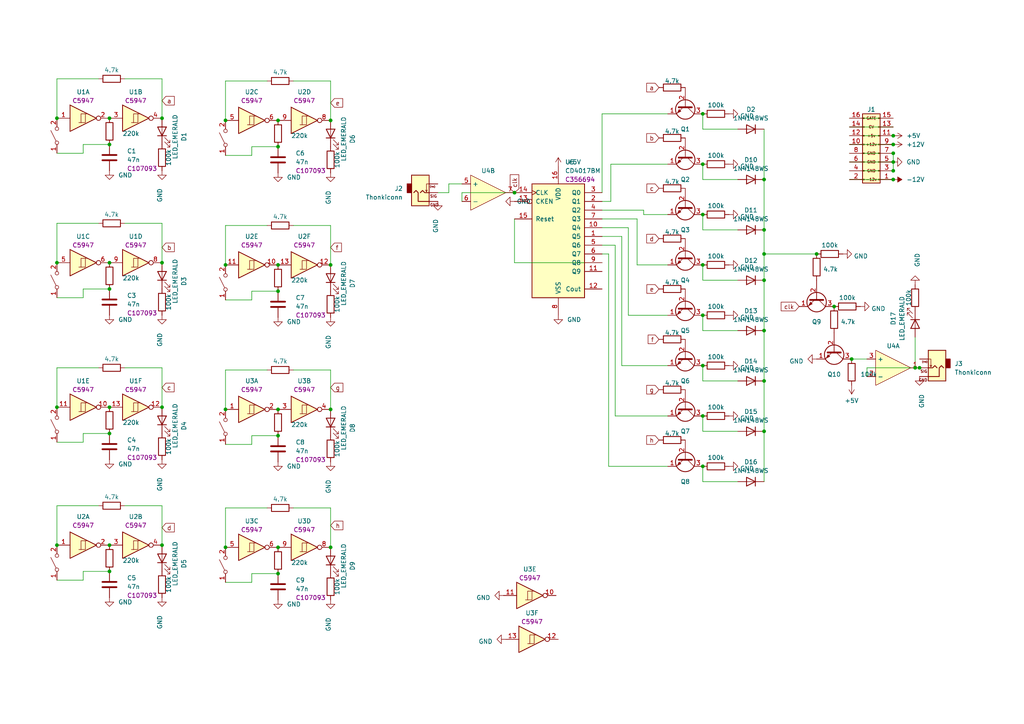
<source format=kicad_sch>
(kicad_sch (version 20230121) (generator eeschema)
  (paper "A4")
  (lib_symbols
    (symbol "PCM_EuroRackTools:100k" (pin_numbers hide) (pin_names (offset 0))
      (property "Value" "100k" (at -1.27 1.27 0))
      (symbol "100k_1_1"
        (pin passive line (at -5.08 1.27 0) (length 1.27) (name "~") (number "1"))
        (pin passive line (at 2.54 1.27 180) (length 1.27) (name "~") (number "2"))
      )
    )
    (symbol "PCM_EuroRackTools:1N4148WS" (pin_numbers hide) (pin_names (offset 1.016) hide)
      (property "Reference" "D" (at 0 2.54 0))
      (property "Value" "1N4148WS" (at 0 -2.54 0))
      (symbol "1N4148WS_1_1"
        (pin passive line (at -3.81 0 0) (length 2.54) (name "K") (number "1"))
        (pin passive line (at 3.81 0 180) (length 2.54) (name "A") (number "2"))
      )
    )
    (symbol "PCM_EuroRackTools:220k" (pin_numbers hide) (pin_names (offset 0))
      (property "Value" "220k" (at -1.27 1.27 0))
      (symbol "220k_1_1"
        (pin passive line (at -5.08 1.27 0) (length 1.27) (name "~") (number "1"))
        (pin passive line (at 2.54 1.27 180) (length 1.27) (name "~") (number "2"))
      )
    )
    (symbol "PCM_EuroRackTools:2N3904" (pin_names (offset 0) hide)
      (property "Reference" "Q" (at 5.08 0 0))
      (symbol "2N3904_1_1"
        (pin passive line (at 2.54 -5.08 90) (length 2.54) (name "E") (number "1"))
        (pin passive line (at -5.08 0 0) (length 5.715) (name "B") (number "2"))
        (pin passive line (at 2.54 5.08 270) (length 2.54) (name "C") (number "3"))
      )
    )
    (symbol "PCM_EuroRackTools:4.7k" (pin_numbers hide) (pin_names (offset 0))
      (property "Value" "4.7k" (at -1.27 1.27 0))
      (symbol "4.7k_1_1"
        (pin passive line (at -5.08 1.27 0) (length 1.27) (name "~") (number "1"))
        (pin passive line (at 2.54 1.27 180) (length 1.27) (name "~") (number "2"))
      )
    )
    (symbol "PCM_EuroRackTools:47n" (pin_numbers hide) (pin_names (offset 0.254))
      (property "Reference" "C" (at -3.175 0 90))
      (property "Value" "47n" (at 1.905 0 90))
      (property "lcsc" "C107093" (at 0 0 0))
      (symbol "47n_1_1"
        (pin passive line (at -4.445 -0.635 0) (length 2.794) (name "~") (number "1"))
        (pin passive line (at 3.175 -0.635 180) (length 2.794) (name "~") (number "2"))
      )
    )
    (symbol "PCM_EuroRackTools:CD40106" (pin_names (offset 1.016))
      (property "Reference" "U" (at 0 1.27 0))
      (property "lcsc" "C5947" (at 0 0 0))
      (symbol "CD40106_1_0"
        (pin input line (at -7.62 0 0) (length 3.81) (name "~") (number "1"))
        (pin output inverted (at 7.62 0 180) (length 3.81) (name "~") (number "2"))
      )
      (symbol "CD40106_2_0"
        (pin input line (at -7.62 0 0) (length 3.81) (name "~") (number "3"))
        (pin output inverted (at 7.62 0 180) (length 3.81) (name "~") (number "4"))
      )
      (symbol "CD40106_3_0"
        (pin input line (at -7.62 0 0) (length 3.81) (name "~") (number "5"))
        (pin output inverted (at 7.62 0 180) (length 3.81) (name "~") (number "6"))
      )
      (symbol "CD40106_4_0"
        (pin output inverted (at 7.62 0 180) (length 3.81) (name "~") (number "8"))
        (pin input line (at -7.62 0 0) (length 3.81) (name "~") (number "9"))
      )
      (symbol "CD40106_5_0"
        (pin output inverted (at 7.62 0 180) (length 3.81) (name "~") (number "10"))
        (pin input line (at -7.62 0 0) (length 3.81) (name "~") (number "11"))
      )
      (symbol "CD40106_6_0"
        (pin output inverted (at 7.62 0 180) (length 3.81) (name "~") (number "12"))
        (pin input line (at -7.62 0 0) (length 3.81) (name "~") (number "13"))
      )
      (symbol "CD40106_7_0"
        (pin power_in line (at 0 12.7 270) (length 5.08) (name "VDD") (number "14"))
        (pin power_in line (at 0 -12.7 90) (length 5.08) (name "VSS") (number "7"))
      )
    )
    (symbol "PCM_EuroRackTools:CD4017" (pin_names (offset 1.016))
      (property "Reference" "U" (at -7.62 16.51 0))
      (property "Value" "CD4017BM" (at -7.62 -19.05 0))
      (property "lcsc" "C356694" (at 0 0 0))
      (symbol "CD4017_1_0"
        (pin output line (at 12.7 0 180) (length 5.08) (name "Q5") (number "1"))
        (pin output line (at 12.7 2.54 180) (length 5.08) (name "Q4") (number "10"))
        (pin output line (at 12.7 -10.16 180) (length 5.08) (name "Q9") (number "11"))
        (pin output line (at 12.7 -15.24 180) (length 5.08) (name "Cout") (number "12"))
        (pin input inverted (at -12.7 10.16 0) (length 5.08) (name "CKEN") (number "13"))
        (pin input clock (at -12.7 12.7 0) (length 5.08) (name "CLK") (number "14"))
        (pin input line (at -12.7 5.08 0) (length 5.08) (name "Reset") (number "15"))
        (pin power_in line (at 0 20.32 270) (length 5.08) (name "VDD") (number "16"))
        (pin output line (at 12.7 10.16 180) (length 5.08) (name "Q1") (number "2"))
        (pin output line (at 12.7 12.7 180) (length 5.08) (name "Q0") (number "3"))
        (pin output line (at 12.7 7.62 180) (length 5.08) (name "Q2") (number "4"))
        (pin output line (at 12.7 -2.54 180) (length 5.08) (name "Q6") (number "5"))
        (pin output line (at 12.7 -5.08 180) (length 5.08) (name "Q7") (number "6"))
        (pin output line (at 12.7 5.08 180) (length 5.08) (name "Q3") (number "7"))
        (pin power_in line (at 0 -22.86 90) (length 5.08) (name "VSS") (number "8"))
        (pin output line (at 12.7 -7.62 180) (length 5.08) (name "Q8") (number "9"))
      )
    )
    (symbol "PCM_EuroRackTools:EuroPower16" (pin_names (offset 1.016) hide)
      (property "Reference" "J" (at 1.27 10.16 0))
      (symbol "EuroPower16_0_0"
        (text "+12v" (at 1.27 0 0) (effects (font (size 0.8 0.8))))
        (text "+5v" (at 1.27 2.54 0) (effects (font (size 0.8 0.8))))
        (text "-12v" (at 1.27 -10.16 0) (effects (font (size 0.8 0.8))))
        (text "CV" (at 1.27 5.08 0) (effects (font (size 0.8 0.8))))
        (text "GATE" (at 1.27 7.62 0) (effects (font (size 0.8 0.8))))
        (text "GND" (at 1.27 -7.62 0) (effects (font (size 0.8 0.8))))
        (text "GND" (at 1.27 -5.08 0) (effects (font (size 0.8 0.8))))
        (text "GND" (at 1.27 -2.54 0) (effects (font (size 0.8 0.8))))
      )
      (symbol "EuroPower16_1_1"
        (pin power_out line (at 7.62 -10.16 180) (length 3.81) (name "-12v_R") (number "1"))
        (pin power_out line (at -5.08 0 0) (length 3.81) (name "+12V_L") (number "10"))
        (pin power_out line (at 7.62 2.54 180) (length 3.81) (name "+5v_R") (number "11"))
        (pin power_out line (at -5.08 2.54 0) (length 3.81) (name "+5v_L") (number "12"))
        (pin passive line (at 7.62 5.08 180) (length 3.81) (name "CV_R") (number "13"))
        (pin passive line (at -5.08 5.08 0) (length 3.81) (name "CV_L") (number "14"))
        (pin passive line (at 7.62 7.62 180) (length 3.81) (name "GATE_R") (number "15"))
        (pin passive line (at -5.08 7.62 0) (length 3.81) (name "GATE_L") (number "16"))
        (pin power_out line (at -5.08 -10.16 0) (length 3.81) (name "-12v_L") (number "2"))
        (pin power_out line (at 7.62 -7.62 180) (length 3.81) (name "GND") (number "3"))
        (pin power_out line (at -5.08 -7.62 0) (length 3.81) (name "GND") (number "4"))
        (pin power_out line (at 7.62 -5.08 180) (length 3.81) (name "GND_R3") (number "5"))
        (pin power_out line (at -5.08 -5.08 0) (length 3.81) (name "GND_L3") (number "6"))
        (pin power_out line (at 7.62 -2.54 180) (length 3.81) (name "GND_R2") (number "7"))
        (pin power_out line (at -5.08 -2.54 0) (length 3.81) (name "GND_L2") (number "8"))
        (pin power_out line (at 7.62 0 180) (length 3.81) (name "+12V_R") (number "9"))
      )
    )
    (symbol "PCM_EuroRackTools:LED_EMERALD" (pin_numbers hide) (pin_names (offset 1.016) hide)
      (property "Reference" "D" (at 0 -2.54 0))
      (property "Value" "LED_EMERALD" (at 0 3.81 0))
      (symbol "LED_EMERALD_1_1"
        (pin passive line (at 3.81 0 180) (length 2.54) (name "K") (number "1"))
        (pin passive line (at -3.81 0 0) (length 2.54) (name "A") (number "2"))
      )
    )
    (symbol "PCM_EuroRackTools:PUSHBTN" (pin_names (offset 0) hide)
      (symbol "PUSHBTN_1_1"
        (pin passive line (at -5.08 0 0) (length 2.54) (name "A") (number "1"))
        (pin passive line (at 5.08 0 180) (length 2.54) (name "B") (number "2"))
      )
    )
    (symbol "PCM_EuroRackTools:TL072"
      (property "Reference" "U" (at -1.27 0 0))
      (symbol "TL072_1_1"
        (pin output line (at 7.62 0 180) (length 2.54) (name "") (number "1"))
        (pin input line (at -7.62 -2.54 0) (length 2.54) (name "-") (number "2"))
        (pin input line (at -7.62 2.54 0) (length 2.54) (name "+") (number "3"))
      )
      (symbol "TL072_2_1"
        (pin input line (at -7.62 2.54 0) (length 2.54) (name "+") (number "5"))
        (pin input line (at -7.62 -2.54 0) (length 2.54) (name "-") (number "6"))
        (pin output line (at 7.62 0 180) (length 2.54) (name "") (number "7"))
      )
      (symbol "TL072_3_0"
        (pin power_in line (at -2.54 -6.35 90) (length 2.54) (name "V-") (number "4"))
        (pin power_in line (at -2.54 6.35 270) (length 2.54) (name "V+") (number "8"))
      )
    )
    (symbol "PCM_EuroRackTools:Thonkiconn" (pin_numbers hide)
      (property "Reference" "J" (at -1.27 -3.048 0))
      (property "Value" "Thonkiconn" (at 0 6.35 0))
      (symbol "Thonkiconn_0_0"
        (text "(no)" (at 3.556 -1.778 0) (effects (font (size 0.5 0.5))))
        (text "GND" (at 4.064 3.556 0) (effects (font (size 0.8 0.8))))
        (text "SIG" (at 3.81 1.016 0) (effects (font (size 0.8 0.8))))
      )
      (symbol "Thonkiconn_1_1"
        (pin passive line (at 5.08 2.54 180) (length 2.54) (name "~") (number "S"))
        (pin passive line (at 5.08 0 180) (length 2.54) (name "~") (number "T"))
        (pin passive line (at 5.08 -2.54 180) (length 2.54) (name "~") (number "TN"))
      )
    )
    (symbol "power:+12V" (power) (pin_names (offset 0))
      (property "Value" "+12V" (at 0 3.556 0))
      (symbol "+12V_1_1"
        (pin power_in line (at 0 0 90) (length 0) hide (name "+12V") (number "1"))
      )
    )
    (symbol "power:+5V" (power) (pin_names (offset 0))
      (property "Value" "+5V" (at 0 3.556 0))
      (symbol "+5V_1_1"
        (pin power_in line (at 0 0 90) (length 0) hide (name "+5V") (number "1"))
      )
    )
    (symbol "power:-12V" (power) (pin_names (offset 0))
      (property "Value" "-12V" (at 0 3.81 0))
      (symbol "-12V_0_0"
        (pin power_in line (at 0 0 90) (length 0) hide (name "-12V") (number "1"))
      )
    )
    (symbol "power:GND" (power) (pin_names (offset 0))
      (property "Value" "GND" (at 0 -3.81 0))
      (symbol "GND_1_1"
        (pin power_in line (at 0 0 270) (length 0) hide (name "GND") (number "1"))
      )
    )
  )
  (junction (at 31.75 41.91))
  (junction (at 259.08 49.53))
  (junction (at 247.015 104.14))
  (junction (at 95.885 158.75))
  (junction (at 31.75 34.29))
  (junction (at 80.645 126.365))
  (junction (at 259.08 41.91))
  (junction (at 259.08 44.45))
  (junction (at 203.835 76.835))
  (junction (at 203.835 106.045))
  (junction (at 221.615 81.28))
  (junction (at 203.835 120.65))
  (junction (at 46.99 34.29))
  (junction (at 203.835 91.44))
  (junction (at 259.08 46.99))
  (junction (at 241.935 88.9))
  (junction (at 80.645 166.37))
  (junction (at 16.51 158.115))
  (junction (at 236.855 73.66))
  (junction (at 65.405 76.835))
  (junction (at 95.885 118.745))
  (junction (at 31.75 76.2))
  (junction (at 65.405 158.75))
  (junction (at 31.75 165.735))
  (junction (at 221.615 66.675))
  (junction (at 16.51 34.29))
  (junction (at 80.645 118.745))
  (junction (at 16.51 118.11))
  (junction (at 95.885 34.925))
  (junction (at 31.75 125.73))
  (junction (at 65.405 34.925))
  (junction (at 65.405 118.745))
  (junction (at 265.43 106.68))
  (junction (at 80.645 34.925))
  (junction (at 80.645 158.75))
  (junction (at 80.645 42.545))
  (junction (at 16.51 76.2))
  (junction (at 259.08 52.07))
  (junction (at 221.615 110.49))
  (junction (at 221.615 73.66))
  (junction (at 203.835 33.02))
  (junction (at 46.99 158.115))
  (junction (at 221.615 52.07))
  (junction (at 266.7 106.68))
  (junction (at 203.835 135.255))
  (junction (at 46.99 76.2))
  (junction (at 221.615 125.095))
  (junction (at 31.75 83.82))
  (junction (at 203.835 47.625))
  (junction (at 31.75 118.11))
  (junction (at 80.645 76.835))
  (junction (at 203.835 62.23))
  (junction (at 95.885 76.835))
  (junction (at 221.615 95.885))
  (junction (at 149.225 55.88))
  (junction (at 46.99 118.11))
  (junction (at 80.645 84.455))
  (junction (at 31.75 158.115))
  (junction (at 259.08 39.37))
  (wire (pts (xy 24.13 41.91) (xy 24.13 44.45)))
  (wire (pts (xy 24.13 83.82) (xy 24.13 86.36)))
  (wire (pts (xy 73.025 84.455) (xy 73.025 86.995)))
  (wire (pts (xy 182.245 66.04) (xy 182.245 91.44)))
  (wire (pts (xy 259.08 49.53) (xy 259.08 46.99)))
  (wire (pts (xy 73.025 166.37) (xy 73.025 168.91)))
  (wire (pts (xy 221.615 95.885) (xy 221.615 110.49)))
  (wire (pts (xy 85.09 65.405) (xy 95.885 65.405)))
  (wire (pts (xy 221.615 52.07) (xy 221.615 66.675)))
  (wire (pts (xy 73.025 45.085) (xy 65.405 45.085)))
  (wire (pts (xy 28.575 64.77) (xy 16.51 64.77)))
  (wire (pts (xy 95.885 23.495) (xy 95.885 34.925)))
  (wire (pts (xy 16.51 22.86) (xy 16.51 34.29)))
  (wire (pts (xy 203.835 125.095) (xy 203.835 120.65)))
  (wire (pts (xy 221.615 110.49) (xy 221.615 125.095)))
  (wire (pts (xy 213.995 66.675) (xy 203.835 66.675)))
  (wire (pts (xy 213.995 81.28) (xy 203.835 81.28)))
  (wire (pts (xy 77.47 107.315) (xy 65.405 107.315)))
  (wire (pts (xy 246.38 39.37) (xy 259.08 39.37)))
  (wire (pts (xy 251.46 106.68) (xy 265.43 106.68)))
  (wire (pts (xy 24.13 125.73) (xy 24.13 128.27)))
  (wire (pts (xy 184.785 63.5) (xy 174.625 63.5)))
  (wire (pts (xy 213.995 125.095) (xy 203.835 125.095)))
  (wire (pts (xy 65.405 107.315) (xy 65.405 118.745)))
  (wire (pts (xy 80.645 84.455) (xy 73.025 84.455)))
  (wire (pts (xy 221.615 73.66) (xy 221.615 81.28)))
  (wire (pts (xy 36.195 64.77) (xy 46.99 64.77)))
  (wire (pts (xy 246.38 36.83) (xy 259.08 36.83)))
  (wire (pts (xy 149.225 55.88) (xy 133.985 55.88)))
  (wire (pts (xy 174.625 33.02) (xy 174.625 55.88)))
  (wire (pts (xy 177.165 58.42) (xy 177.165 47.625)))
  (wire (pts (xy 265.43 106.68) (xy 266.7 106.68)))
  (wire (pts (xy 77.47 23.495) (xy 65.405 23.495)))
  (wire (pts (xy 77.47 147.32) (xy 65.405 147.32)))
  (wire (pts (xy 193.675 106.045) (xy 180.34 106.045)))
  (wire (pts (xy 80.645 42.545) (xy 73.025 42.545)))
  (wire (pts (xy 28.575 22.86) (xy 16.51 22.86)))
  (wire (pts (xy 95.885 107.315) (xy 95.885 118.745)))
  (wire (pts (xy 221.615 73.66) (xy 236.855 73.66)))
  (wire (pts (xy 65.405 147.32) (xy 65.405 158.75)))
  (wire (pts (xy 203.835 95.885) (xy 203.835 91.44)))
  (wire (pts (xy 16.51 146.685) (xy 16.51 158.115)))
  (wire (pts (xy 95.885 147.32) (xy 95.885 158.75)))
  (wire (pts (xy 203.835 110.49) (xy 203.835 106.045)))
  (wire (pts (xy 36.195 146.685) (xy 46.99 146.685)))
  (wire (pts (xy 186.69 62.23) (xy 193.675 62.23)))
  (wire (pts (xy 130.175 55.88) (xy 127 55.88)))
  (wire (pts (xy 178.435 120.65) (xy 193.675 120.65)))
  (wire (pts (xy 73.025 86.995) (xy 65.405 86.995)))
  (wire (pts (xy 174.625 71.12) (xy 178.435 71.12)))
  (wire (pts (xy 31.75 41.91) (xy 24.13 41.91)))
  (wire (pts (xy 251.46 106.68) (xy 251.46 109.22)))
  (wire (pts (xy 246.38 46.99) (xy 259.08 46.99)))
  (wire (pts (xy 28.575 106.68) (xy 16.51 106.68)))
  (wire (pts (xy 203.835 52.07) (xy 203.835 47.625)))
  (wire (pts (xy 246.38 41.91) (xy 259.08 41.91)))
  (wire (pts (xy 246.38 52.07) (xy 259.08 52.07)))
  (wire (pts (xy 73.025 126.365) (xy 73.025 128.905)))
  (wire (pts (xy 46.99 106.68) (xy 46.99 118.11)))
  (wire (pts (xy 174.625 60.96) (xy 186.69 60.96)))
  (wire (pts (xy 95.885 65.405) (xy 95.885 76.835)))
  (wire (pts (xy 65.405 65.405) (xy 65.405 76.835)))
  (wire (pts (xy 85.09 23.495) (xy 95.885 23.495)))
  (wire (pts (xy 24.13 128.27) (xy 16.51 128.27)))
  (wire (pts (xy 180.34 106.045) (xy 180.34 68.58)))
  (wire (pts (xy 130.175 53.34) (xy 130.175 55.88)))
  (wire (pts (xy 176.53 73.66) (xy 174.625 73.66)))
  (wire (pts (xy 213.995 139.7) (xy 203.835 139.7)))
  (wire (pts (xy 203.835 37.465) (xy 203.835 33.02)))
  (wire (pts (xy 203.835 139.7) (xy 203.835 135.255)))
  (wire (pts (xy 77.47 65.405) (xy 65.405 65.405)))
  (wire (pts (xy 221.615 66.675) (xy 221.615 73.66)))
  (wire (pts (xy 46.99 22.86) (xy 46.99 34.29)))
  (wire (pts (xy 31.75 83.82) (xy 24.13 83.82)))
  (wire (pts (xy 174.625 58.42) (xy 177.165 58.42)))
  (wire (pts (xy 213.995 37.465) (xy 203.835 37.465)))
  (wire (pts (xy 133.985 53.34) (xy 130.175 53.34)))
  (wire (pts (xy 213.995 95.885) (xy 203.835 95.885)))
  (wire (pts (xy 203.835 81.28) (xy 203.835 76.835)))
  (wire (pts (xy 174.625 66.04) (xy 182.245 66.04)))
  (wire (pts (xy 31.75 125.73) (xy 24.13 125.73)))
  (wire (pts (xy 265.43 97.79) (xy 265.43 106.68)))
  (wire (pts (xy 85.09 147.32) (xy 95.885 147.32)))
  (wire (pts (xy 16.51 64.77) (xy 16.51 76.2)))
  (wire (pts (xy 247.015 104.14) (xy 251.46 104.14)))
  (wire (pts (xy 246.38 44.45) (xy 259.08 44.45)))
  (wire (pts (xy 203.835 66.675) (xy 203.835 62.23)))
  (wire (pts (xy 36.195 106.68) (xy 46.99 106.68)))
  (wire (pts (xy 193.675 76.835) (xy 184.785 76.835)))
  (wire (pts (xy 176.53 135.255) (xy 176.53 73.66)))
  (wire (pts (xy 16.51 106.68) (xy 16.51 118.11)))
  (wire (pts (xy 177.165 47.625) (xy 193.675 47.625)))
  (wire (pts (xy 221.615 37.465) (xy 221.615 52.07)))
  (wire (pts (xy 73.025 42.545) (xy 73.025 45.085)))
  (wire (pts (xy 65.405 23.495) (xy 65.405 34.925)))
  (wire (pts (xy 193.675 135.255) (xy 176.53 135.255)))
  (wire (pts (xy 178.435 71.12) (xy 178.435 120.65)))
  (wire (pts (xy 80.645 166.37) (xy 73.025 166.37)))
  (wire (pts (xy 85.09 107.315) (xy 95.885 107.315)))
  (wire (pts (xy 213.995 110.49) (xy 203.835 110.49)))
  (wire (pts (xy 193.675 33.02) (xy 174.625 33.02)))
  (wire (pts (xy 221.615 125.095) (xy 221.615 139.7)))
  (wire (pts (xy 46.99 64.77) (xy 46.99 76.2)))
  (wire (pts (xy 186.69 60.96) (xy 186.69 62.23)))
  (wire (pts (xy 73.025 168.91) (xy 65.405 168.91)))
  (wire (pts (xy 246.38 34.29) (xy 259.08 34.29)))
  (wire (pts (xy 80.645 126.365) (xy 73.025 126.365)))
  (wire (pts (xy 182.245 91.44) (xy 193.675 91.44)))
  (wire (pts (xy 24.13 165.735) (xy 24.13 168.275)))
  (wire (pts (xy 46.99 146.685) (xy 46.99 158.115)))
  (wire (pts (xy 221.615 81.28) (xy 221.615 95.885)))
  (wire (pts (xy 28.575 146.685) (xy 16.51 146.685)))
  (wire (pts (xy 36.195 22.86) (xy 46.99 22.86)))
  (wire (pts (xy 24.13 44.45) (xy 16.51 44.45)))
  (wire (pts (xy 180.34 68.58) (xy 174.625 68.58)))
  (wire (pts (xy 31.75 165.735) (xy 24.13 165.735)))
  (wire (pts (xy 184.785 76.835) (xy 184.785 63.5)))
  (wire (pts (xy 24.13 168.275) (xy 16.51 168.275)))
  (wire (pts (xy 73.025 128.905) (xy 65.405 128.905)))
  (wire (pts (xy 213.995 52.07) (xy 203.835 52.07)))
  (wire (pts (xy 149.225 76.2) (xy 149.225 63.5)))
  (wire (pts (xy 259.08 46.99) (xy 259.08 44.45)))
  (wire (pts (xy 246.38 49.53) (xy 259.08 49.53)))
  (wire (pts (xy 133.985 55.88) (xy 133.985 58.42)))
  (wire (pts (xy 174.625 76.2) (xy 149.225 76.2)))
  (wire (pts (xy 24.13 86.36) (xy 16.51 86.36)))
  (global_label "h" (shape input) (at 95.885 152.4 0) (property "Intersheetrefs" "${INTERSHEET_REFS}" (effects hide)))
  (global_label "e" (shape input) (at 95.885 29.845 0) (property "Intersheetrefs" "${INTERSHEET_REFS}" (effects hide)))
  (global_label "d" (shape input) (at 46.99 153.035 0) (property "Intersheetrefs" "${INTERSHEET_REFS}" (effects hide)))
  (global_label "e" (shape input) (at 191.135 83.82 180) (property "Intersheetrefs" "${INTERSHEET_REFS}" (effects hide)))
  (global_label "b" (shape input) (at 46.99 71.755 0) (property "Intersheetrefs" "${INTERSHEET_REFS}" (effects hide)))
  (global_label "h" (shape input) (at 191.135 127.635 180) (property "Intersheetrefs" "${INTERSHEET_REFS}" (effects hide)))
  (global_label "c" (shape input) (at 191.135 54.61 180) (property "Intersheetrefs" "${INTERSHEET_REFS}" (effects hide)))
  (global_label "g" (shape input) (at 191.135 113.03 180) (property "Intersheetrefs" "${INTERSHEET_REFS}" (effects hide)))
  (global_label "d" (shape input) (at 191.135 69.215 180) (property "Intersheetrefs" "${INTERSHEET_REFS}" (effects hide)))
  (global_label "clk" (shape input) (at 231.775 88.9 180) (property "Intersheetrefs" "${INTERSHEET_REFS}" (effects hide)))
  (global_label "f" (shape input) (at 191.135 98.425 180) (property "Intersheetrefs" "${INTERSHEET_REFS}" (effects hide)))
  (global_label "f" (shape input) (at 95.885 71.755 0) (property "Intersheetrefs" "${INTERSHEET_REFS}" (effects hide)))
  (global_label "a" (shape input) (at 191.135 25.4 180) (property "Intersheetrefs" "${INTERSHEET_REFS}" (effects hide)))
  (global_label "g" (shape input) (at 95.885 112.395 0) (property "Intersheetrefs" "${INTERSHEET_REFS}" (effects hide)))
  (global_label "clk" (shape input) (at 149.225 55.88 90) (property "Intersheetrefs" "${INTERSHEET_REFS}" (effects hide)))
  (global_label "c" (shape input) (at 46.99 112.395 0) (property "Intersheetrefs" "${INTERSHEET_REFS}" (effects hide)))
  (global_label "a" (shape input) (at 46.99 29.21 0) (property "Intersheetrefs" "${INTERSHEET_REFS}" (effects hide)))
  (global_label "b" (shape input) (at 191.135 40.005 180) (property "Intersheetrefs" "${INTERSHEET_REFS}" (effects hide)))
  (symbol (lib_id "PCM_EuroRackTools:100k") (at 45.72 46.99 270) (unit 1)
    (property "Reference" "R3" (effects hide))
    (property "Value" "100k" (at 48.895 45.72 0))
    (property "Footprint" "Resistor_SMD:R_0603_1608Metric" (effects hide))
    (property "LCSC" "C25803" (effects hide))
  )
  (symbol (lib_id "power:GND") (at 95.885 50.165 0) (unit 1)
    (property "Reference" "#PWR028" (effects hide))
    (property "Value" "GND" (at 95.25 55.245 90) (effects (justify right)))
  )
  (symbol (lib_id "PCM_EuroRackTools:4.7k") (at 33.655 147.955 0) (unit 1)
    (property "Reference" "R14" (effects hide))
    (property "Value" "4.7k" (at 32.385 144.145 0))
    (property "Footprint" "Resistor_SMD:R_0603_1608Metric" (effects hide))
    (property "LCSC" "C116693" (effects hide))
  )
  (symbol (lib_id "PCM_EuroRackTools:2N3904") (at 198.755 74.295 270) (unit 1)
    (property "Reference" "Q4" (at 198.755 81.28 90))
    (property "Value" "2N3904" (effects hide))
    (property "Footprint" "Package_TO_SOT_SMD:SOT-23-3" (effects hide))
    (property "Datasheet" "https://www.onsemi.com/pub/Collateral/2N3903-D.PDF" (effects hide))
    (property "lcsc" "C18536" (effects hide))
  )
  (symbol (lib_id "power:+5V") (at 304.165 90.805 0) (unit 1)
    (property "Reference" "#PWR015" (effects hide))
    (property "Value" "+5V" (at 306.705 89.5349 0) (effects (justify left)))
  )
  (symbol (lib_id "PCM_EuroRackTools:100k") (at 248.285 106.68 90) (unit 1)
    (property "Reference" "R45" (effects hide))
    (property "Value" "100k" (at 249.555 108.585 90) (effects (justify right)))
    (property "Footprint" "Resistor_SMD:R_0603_1608Metric" (effects hide))
    (property "LCSC" "C25803" (effects hide))
  )
  (symbol (lib_id "PCM_EuroRackTools:LED_EMERALD") (at 95.885 38.735 270) (unit 1)
    (property "Reference" "D6" (at 102.235 40.3225 0))
    (property "Value" "LED_EMERALD" (at 99.695 40.3225 0))
    (property "Footprint" "LED_SMD:LED_0603_1608Metric" (effects hide))
    (property "LCSC" "C72043" (effects hide))
  )
  (symbol (lib_id "power:GND") (at 161.925 91.44 0) (unit 1)
    (property "Reference" "#PWR010" (effects hide))
    (property "Value" "GND" (at 164.465 92.7099 0) (effects (justify left)))
  )
  (symbol (lib_id "power:GND") (at 46.99 133.35 0) (unit 1)
    (property "Reference" "#PWR020" (effects hide))
    (property "Value" "GND" (at 46.355 138.43 90) (effects (justify right)))
  )
  (symbol (lib_id "PCM_EuroRackTools:47n") (at 80.01 45.72 90) (unit 1)
    (property "Reference" "C6" (at 85.725 44.45 90) (effects (justify right)))
    (property "Value" "47n" (at 85.725 46.99 90) (effects (justify right)))
    (property "Footprint" "Capacitor_SMD:C_0603_1608Metric" (effects hide))
    (property "lcsc" "C107093" (at 85.725 49.53 90) (effects (justify right)))
  )
  (symbol (lib_id "PCM_EuroRackTools:CD40106") (at 73.025 158.75 0) (unit 3)
    (property "Reference" "U3" (at 73.025 151.13 0))
    (property "Value" "CD40106" (effects hide))
    (property "Footprint" "Package_SO:SOIC-16_3.9x9.9mm_P1.27mm" (effects hide))
    (property "Datasheet" "https://assets.nexperia.com/documents/data-sheet/HEF40106B.pdf" (effects hide))
    (property "lcsc" "C5947" (at 73.025 153.67 0))
  )
  (symbol (lib_id "power:+12V") (at 358.775 95.885 0) (unit 1)
    (property "Reference" "#PWR011" (effects hide))
    (property "Value" "+12V" (at 360.68 94.6149 0) (effects (justify left)))
  )
  (symbol (lib_id "PCM_EuroRackTools:100k") (at 208.915 121.92 0) (unit 1)
    (property "Reference" "R39" (effects hide))
    (property "Value" "100k" (at 207.645 118.11 0))
    (property "Footprint" "Resistor_SMD:R_0603_1608Metric" (effects hide))
    (property "LCSC" "C25803" (effects hide))
  )
  (symbol (lib_id "PCM_EuroRackTools:47n") (at 31.115 86.995 90) (unit 1)
    (property "Reference" "C3" (at 36.83 85.725 90) (effects (justify right)))
    (property "Value" "47n" (at 36.83 88.265 90) (effects (justify right)))
    (property "Footprint" "Capacitor_SMD:C_0603_1608Metric" (effects hide))
    (property "lcsc" "C107093" (at 36.83 90.805 90) (effects (justify right)))
  )
  (symbol (lib_id "PCM_EuroRackTools:CD40106") (at 73.025 76.835 0) (unit 5)
    (property "Reference" "U2" (at 73.025 68.58 0))
    (property "Value" "CD40106" (effects hide))
    (property "Footprint" "Package_SO:SOIC-16_3.9x9.9mm_P1.27mm" (effects hide))
    (property "Datasheet" "https://assets.nexperia.com/documents/data-sheet/HEF40106B.pdf" (effects hide))
    (property "lcsc" "C5947" (at 73.025 71.12 0))
  )
  (symbol (lib_id "PCM_EuroRackTools:CD40106") (at 88.265 118.745 0) (unit 2)
    (property "Reference" "U3" (at 88.265 110.49 0))
    (property "Value" "CD40106" (effects hide))
    (property "Footprint" "Package_SO:SOIC-16_3.9x9.9mm_P1.27mm" (effects hide))
    (property "Datasheet" "https://assets.nexperia.com/documents/data-sheet/HEF40106B.pdf" (effects hide))
    (property "lcsc" "C5947" (at 88.265 113.03 0))
  )
  (symbol (lib_id "PCM_EuroRackTools:CD40106") (at 24.13 34.29 0) (unit 1)
    (property "Reference" "U1" (at 24.13 26.67 0))
    (property "Value" "CD40106" (effects hide))
    (property "Footprint" "Package_SO:SOIC-16_3.9x9.9mm_P1.27mm" (effects hide))
    (property "Datasheet" "https://assets.nexperia.com/documents/data-sheet/HEF40106B.pdf" (effects hide))
    (property "lcsc" "C5947" (at 24.13 29.21 0))
  )
  (symbol (lib_id "PCM_EuroRackTools:47n") (at 80.01 87.63 90) (unit 1)
    (property "Reference" "C7" (at 85.725 86.36 90) (effects (justify right)))
    (property "Value" "47n" (at 85.725 88.9 90) (effects (justify right)))
    (property "Footprint" "Capacitor_SMD:C_0603_1608Metric" (effects hide))
    (property "lcsc" "C107093" (at 85.725 91.44 90) (effects (justify right)))
  )
  (symbol (lib_id "PCM_EuroRackTools:LED_EMERALD") (at 46.99 121.92 270) (unit 1)
    (property "Reference" "D4" (at 53.34 123.5075 0))
    (property "Value" "LED_EMERALD" (at 50.8 123.5075 0))
    (property "Footprint" "LED_SMD:LED_0603_1608Metric" (effects hide))
    (property "LCSC" "C72043" (effects hide))
  )
  (symbol (lib_id "PCM_EuroRackTools:100k") (at 45.72 170.815 270) (unit 1)
    (property "Reference" "R15" (effects hide))
    (property "Value" "100k" (at 48.895 169.545 0))
    (property "Footprint" "Resistor_SMD:R_0603_1608Metric" (effects hide))
    (property "LCSC" "C25803" (effects hide))
  )
  (symbol (lib_id "power:GND") (at 236.855 104.14 270) (unit 1)
    (property "Reference" "#PWR045" (effects hide))
    (property "Value" "GND" (at 233.045 104.775 90) (effects (justify right)))
  )
  (symbol (lib_id "PCM_EuroRackTools:CD40106") (at 24.13 76.2 0) (unit 3)
    (property "Reference" "U1" (at 24.13 68.58 0))
    (property "Value" "CD40106" (effects hide))
    (property "Footprint" "Package_SO:SOIC-16_3.9x9.9mm_P1.27mm" (effects hide))
    (property "Datasheet" "https://assets.nexperia.com/documents/data-sheet/HEF40106B.pdf" (effects hide))
    (property "lcsc" "C5947" (at 24.13 71.12 0))
  )
  (symbol (lib_id "power:GND") (at 31.75 133.35 0) (unit 1)
    (property "Reference" "#PWR019" (effects hide))
    (property "Value" "GND" (at 34.29 134.6199 0) (effects (justify left)))
  )
  (symbol (lib_id "PCM_EuroRackTools:CD40106") (at 24.13 158.115 0) (unit 1)
    (property "Reference" "U2" (at 24.13 149.86 0))
    (property "Value" "CD40106" (effects hide))
    (property "Footprint" "Package_SO:SOIC-16_3.9x9.9mm_P1.27mm" (effects hide))
    (property "Datasheet" "https://assets.nexperia.com/documents/data-sheet/HEF40106B.pdf" (effects hide))
    (property "lcsc" "C5947" (at 24.13 152.4 0))
  )
  (symbol (lib_id "PCM_EuroRackTools:1N4148WS") (at 217.805 52.07 180) (unit 1)
    (property "Reference" "D10" (at 217.805 46.355 0))
    (property "Value" "1N4148WS" (at 217.805 48.895 0))
    (property "Footprint" "Diode_SMD:D_SOD-323" (effects hide))
    (property "Datasheet" "https://www.vishay.com/docs/85751/1n4148ws.pdf" (effects hide))
    (property "Sim.Pins" "1=1 2=2" (effects hide))
    (property "Sim.Device" "SPICE" (effects hide))
    (property "Sim.Params" "type=\"D\" model=\"1N4148\" lib=\"\"" (effects hide))
    (property "LCSC" "C2128" (effects hide))
  )
  (symbol (lib_id "PCM_EuroRackTools:4.7k") (at 196.215 114.3 0) (unit 1)
    (property "Reference" "R35" (effects hide))
    (property "Value" "4.7k" (at 194.945 111.125 0))
    (property "Footprint" "Resistor_SMD:R_0603_1608Metric" (effects hide))
    (property "LCSC" "C116693" (effects hide))
  )
  (symbol (lib_id "power:-12V") (at 259.08 52.07 270) (unit 1)
    (property "Reference" "#PWR06" (effects hide))
    (property "Value" "-12V" (at 262.89 52.0699 90) (effects (justify left)))
  )
  (symbol (lib_id "PCM_EuroRackTools:CD40106") (at 39.37 76.2 0) (unit 4)
    (property "Reference" "U1" (at 39.37 68.58 0))
    (property "Value" "CD40106" (effects hide))
    (property "Footprint" "Package_SO:SOIC-16_3.9x9.9mm_P1.27mm" (effects hide))
    (property "Datasheet" "https://assets.nexperia.com/documents/data-sheet/HEF40106B.pdf" (effects hide))
    (property "lcsc" "C5947" (at 39.37 71.12 0))
  )
  (symbol (lib_id "PCM_EuroRackTools:220k") (at 33.02 120.65 90) (unit 1)
    (property "Reference" "R10" (effects hide))
    (property "Value" "220k" (at 35.56 122.555 90) (effects (justify right)))
    (property "Footprint" "Resistor_SMD:R_0603_1608Metric" (effects hide))
    (property "LCSC" "C217882" (effects hide))
  )
  (symbol (lib_id "power:GND") (at 31.75 91.44 0) (unit 1)
    (property "Reference" "#PWR017" (effects hide))
    (property "Value" "GND" (at 34.29 92.7099 0) (effects (justify left)))
  )
  (symbol (lib_id "PCM_EuroRackTools:100k") (at 241.935 74.93 0) (unit 1)
    (property "Reference" "R41" (effects hide))
    (property "Value" "100k" (at 240.665 71.12 0))
    (property "Footprint" "Resistor_SMD:R_0603_1608Metric" (effects hide))
    (property "LCSC" "C25803" (effects hide))
  )
  (symbol (lib_id "PCM_EuroRackTools:4.7k") (at 238.125 76.2 90) (unit 1)
    (property "Reference" "R42" (effects hide))
    (property "Value" "4.7k" (at 238.76 78.105 90) (effects (justify right)))
    (property "Footprint" "Resistor_SMD:R_0603_1608Metric" (effects hide))
    (property "LCSC" "C116693" (effects hide))
  )
  (symbol (lib_id "PCM_EuroRackTools:100k") (at 94.615 171.45 270) (unit 1)
    (property "Reference" "R27" (effects hide))
    (property "Value" "100k" (at 97.79 170.18 0))
    (property "Footprint" "Resistor_SMD:R_0603_1608Metric" (effects hide))
    (property "LCSC" "C25803" (effects hide))
  )
  (symbol (lib_id "PCM_EuroRackTools:100k") (at 94.615 131.445 270) (unit 1)
    (property "Reference" "R24" (effects hide))
    (property "Value" "100k" (at 97.79 130.175 0))
    (property "Footprint" "Resistor_SMD:R_0603_1608Metric" (effects hide))
    (property "LCSC" "C25803" (effects hide))
  )
  (symbol (lib_id "power:GND") (at 31.75 173.355 0) (unit 1)
    (property "Reference" "#PWR025" (effects hide))
    (property "Value" "GND" (at 34.29 174.6249 0) (effects (justify left)))
  )
  (symbol (lib_id "power:GND") (at 149.225 58.42 270) (unit 1)
    (property "Reference" "#PWR08" (effects hide))
    (property "Value" "GND" (at 149.86 58.4199 90) (effects (justify left)))
  )
  (symbol (lib_id "PCM_EuroRackTools:100k") (at 266.7 85.09 90) (unit 1)
    (property "Reference" "R46" (effects hide))
    (property "Value" "100k" (at 263.525 86.36 0))
    (property "Footprint" "Resistor_SMD:R_0603_1608Metric" (effects hide))
    (property "LCSC" "C25803" (effects hide))
  )
  (symbol (lib_id "PCM_EuroRackTools:TL072") (at 141.605 55.88 0) (unit 2)
    (property "Reference" "U4" (at 141.605 49.53 0))
    (property "Value" "TL072" (effects hide))
    (property "Footprint" "Package_SO:SOIC-8_3.9x4.9mm_P1.27mm" (effects hide))
    (property "Sim.Pins" "1=1 2=2 3=3 4=4 5=5 6=6 7=7 8=8" (effects hide))
    (property "Sim.Device" "SPICE" (effects hide))
    (property "Sim.Params" "type=\"X\" model=\"MY_TL072\" lib=\"\"" (effects hide))
    (property "LCSC" "C6961" (effects hide))
  )
  (symbol (lib_id "PCM_EuroRackTools:2N3904") (at 198.755 59.69 270) (unit 1)
    (property "Reference" "Q3" (at 198.755 66.675 90))
    (property "Value" "2N3904" (effects hide))
    (property "Footprint" "Package_TO_SOT_SMD:SOT-23-3" (effects hide))
    (property "Datasheet" "https://www.onsemi.com/pub/Collateral/2N3903-D.PDF" (effects hide))
    (property "lcsc" "C18536" (effects hide))
  )
  (symbol (lib_id "power:GND") (at 95.885 133.985 0) (unit 1)
    (property "Reference" "#PWR032" (effects hide))
    (property "Value" "GND" (at 95.25 139.065 90) (effects (justify right)))
  )
  (symbol (lib_id "power:GND") (at 211.455 62.23 90) (mirror x) (unit 1)
    (property "Reference" "#PWR036" (effects hide))
    (property "Value" "GND" (at 214.63 62.865 90) (effects (justify right)))
  )
  (symbol (lib_id "PCM_EuroRackTools:CD40106") (at 154.305 185.42 0) (unit 6)
    (property "Reference" "U3" (at 154.305 177.8 0))
    (property "Value" "CD40106" (effects hide))
    (property "Footprint" "Package_SO:SOIC-16_3.9x9.9mm_P1.27mm" (effects hide))
    (property "Datasheet" "https://assets.nexperia.com/documents/data-sheet/HEF40106B.pdf" (effects hide))
    (property "lcsc" "C5947" (at 154.305 180.34 0))
  )
  (symbol (lib_id "PCM_EuroRackTools:47n") (at 80.01 129.54 90) (unit 1)
    (property "Reference" "C8" (at 85.725 128.27 90) (effects (justify right)))
    (property "Value" "47n" (at 85.725 130.81 90) (effects (justify right)))
    (property "Footprint" "Capacitor_SMD:C_0603_1608Metric" (effects hide))
    (property "lcsc" "C107093" (at 85.725 133.35 90) (effects (justify right)))
  )
  (symbol (lib_id "PCM_EuroRackTools:2N3904") (at 198.755 103.505 270) (unit 1)
    (property "Reference" "Q6" (at 198.755 110.49 90))
    (property "Value" "2N3904" (effects hide))
    (property "Footprint" "Package_TO_SOT_SMD:SOT-23-3" (effects hide))
    (property "Datasheet" "https://www.onsemi.com/pub/Collateral/2N3903-D.PDF" (effects hide))
    (property "lcsc" "C18536" (effects hide))
  )
  (symbol (lib_id "PCM_EuroRackTools:2N3904") (at 236.855 86.36 270) (unit 1)
    (property "Reference" "Q9" (at 236.855 93.345 90))
    (property "Value" "2N3904" (effects hide))
    (property "Footprint" "Package_TO_SOT_SMD:SOT-23-3" (effects hide))
    (property "Datasheet" "https://www.onsemi.com/pub/Collateral/2N3903-D.PDF" (effects hide))
    (property "lcsc" "C18536" (effects hide))
  )
  (symbol (lib_id "PCM_EuroRackTools:47n") (at 31.115 168.91 90) (unit 1)
    (property "Reference" "C5" (at 36.83 167.64 90) (effects (justify right)))
    (property "Value" "47n" (at 36.83 170.18 90) (effects (justify right)))
    (property "Footprint" "Capacitor_SMD:C_0603_1608Metric" (effects hide))
    (property "lcsc" "C107093" (at 36.83 172.72 90) (effects (justify right)))
  )
  (symbol (lib_id "power:GND") (at 320.675 115.57 0) (unit 1)
    (property "Reference" "#PWR022" (effects hide))
    (property "Value" "GND" (at 323.215 116.8399 0) (effects (justify left)))
  )
  (symbol (lib_id "PCM_EuroRackTools:LED_EMERALD") (at 95.885 80.645 270) (unit 1)
    (property "Reference" "D7" (at 102.235 82.2325 0))
    (property "Value" "LED_EMERALD" (at 99.695 82.2325 0))
    (property "Footprint" "LED_SMD:LED_0603_1608Metric" (effects hide))
    (property "LCSC" "C72043" (effects hide))
  )
  (symbol (lib_id "PCM_EuroRackTools:CD40106") (at 88.265 34.925 0) (unit 4)
    (property "Reference" "U2" (at 88.265 26.67 0))
    (property "Value" "CD40106" (effects hide))
    (property "Footprint" "Package_SO:SOIC-16_3.9x9.9mm_P1.27mm" (effects hide))
    (property "Datasheet" "https://assets.nexperia.com/documents/data-sheet/HEF40106B.pdf" (effects hide))
    (property "lcsc" "C5947" (at 88.265 29.21 0))
  )
  (symbol (lib_id "PCM_EuroRackTools:CD40106") (at 88.265 158.75 0) (unit 4)
    (property "Reference" "U3" (at 88.265 151.13 0))
    (property "Value" "CD40106" (effects hide))
    (property "Footprint" "Package_SO:SOIC-16_3.9x9.9mm_P1.27mm" (effects hide))
    (property "Datasheet" "https://assets.nexperia.com/documents/data-sheet/HEF40106B.pdf" (effects hide))
    (property "lcsc" "C5947" (at 88.265 153.67 0))
  )
  (symbol (lib_id "PCM_EuroRackTools:LED_EMERALD") (at 95.885 162.56 270) (unit 1)
    (property "Reference" "D9" (at 102.235 164.1475 0))
    (property "Value" "LED_EMERALD" (at 99.695 164.1475 0))
    (property "Footprint" "LED_SMD:LED_0603_1608Metric" (effects hide))
    (property "LCSC" "C72043" (effects hide))
  )
  (symbol (lib_id "PCM_EuroRackTools:100k") (at 208.915 63.5 0) (unit 1)
    (property "Reference" "R31" (effects hide))
    (property "Value" "100k" (at 207.645 59.69 0))
    (property "Footprint" "Resistor_SMD:R_0603_1608Metric" (effects hide))
    (property "LCSC" "C25803" (effects hide))
  )
  (symbol (lib_id "PCM_EuroRackTools:4.7k") (at 82.55 66.675 0) (unit 1)
    (property "Reference" "R20" (effects hide))
    (property "Value" "4.7k" (at 81.28 62.865 0))
    (property "Footprint" "Resistor_SMD:R_0603_1608Metric" (effects hide))
    (property "LCSC" "C116693" (effects hide))
  )
  (symbol (lib_id "PCM_EuroRackTools:1N4148WS") (at 217.805 125.095 180) (unit 1)
    (property "Reference" "D15" (at 217.805 119.38 0))
    (property "Value" "1N4148WS" (at 217.805 121.92 0))
    (property "Footprint" "Diode_SMD:D_SOD-323" (effects hide))
    (property "Datasheet" "https://www.vishay.com/docs/85751/1n4148ws.pdf" (effects hide))
    (property "Sim.Pins" "1=1 2=2" (effects hide))
    (property "Sim.Device" "SPICE" (effects hide))
    (property "Sim.Params" "type=\"D\" model=\"1N4148\" lib=\"\"" (effects hide))
    (property "LCSC" "C2128" (effects hide))
  )
  (symbol (lib_id "PCM_EuroRackTools:220k") (at 33.02 160.655 90) (unit 1)
    (property "Reference" "R13" (effects hide))
    (property "Value" "220k" (at 35.56 162.56 90) (effects (justify right)))
    (property "Footprint" "Resistor_SMD:R_0603_1608Metric" (effects hide))
    (property "LCSC" "C217882" (effects hide))
  )
  (symbol (lib_id "PCM_EuroRackTools:4.7k") (at 82.55 108.585 0) (unit 1)
    (property "Reference" "R23" (effects hide))
    (property "Value" "4.7k" (at 81.28 104.775 0))
    (property "Footprint" "Resistor_SMD:R_0603_1608Metric" (effects hide))
    (property "LCSC" "C116693" (effects hide))
  )
  (symbol (lib_id "PCM_EuroRackTools:100k") (at 208.915 48.895 0) (unit 1)
    (property "Reference" "R28" (effects hide))
    (property "Value" "100k" (at 207.645 45.085 0))
    (property "Footprint" "Resistor_SMD:R_0603_1608Metric" (effects hide))
    (property "LCSC" "C25803" (effects hide))
  )
  (symbol (lib_id "PCM_EuroRackTools:4.7k") (at 196.215 70.485 0) (unit 1)
    (property "Reference" "R30" (effects hide))
    (property "Value" "4.7k" (at 194.945 67.31 0))
    (property "Footprint" "Resistor_SMD:R_0603_1608Metric" (effects hide))
    (property "LCSC" "C116693" (effects hide))
  )
  (symbol (lib_id "PCM_EuroRackTools:PUSHBTN") (at 65.405 40.005 90) (unit 1)
    (property "Reference" "SW6" (effects hide))
    (property "Value" "SW_SPST" (effects hide))
    (property "Footprint" "Button_Switch_SMD:SW_SPST_PTS645" (effects hide))
    (property "lcsc" "C10852" (effects hide))
  )
  (symbol (lib_id "PCM_EuroRackTools:1N4148WS") (at 217.805 37.465 180) (unit 1)
    (property "Reference" "D2" (at 217.805 31.75 0))
    (property "Value" "1N4148WS" (at 217.805 34.29 0))
    (property "Footprint" "Diode_SMD:D_SOD-323" (effects hide))
    (property "Datasheet" "https://www.vishay.com/docs/85751/1n4148ws.pdf" (effects hide))
    (property "Sim.Pins" "1=1 2=2" (effects hide))
    (property "Sim.Device" "SPICE" (effects hide))
    (property "Sim.Params" "type=\"D\" model=\"1N4148\" lib=\"\"" (effects hide))
    (property "LCSC" "C2128" (effects hide))
  )
  (symbol (lib_id "PCM_EuroRackTools:100k") (at 247.015 90.17 0) (unit 1)
    (property "Reference" "R43" (effects hide))
    (property "Value" "100k" (at 245.745 86.36 0))
    (property "Footprint" "Resistor_SMD:R_0603_1608Metric" (effects hide))
    (property "LCSC" "C25803" (effects hide))
  )
  (symbol (lib_id "PCM_EuroRackTools:220k") (at 81.915 161.29 90) (unit 1)
    (property "Reference" "R25" (effects hide))
    (property "Value" "220k" (at 84.455 163.195 90) (effects (justify right)))
    (property "Footprint" "Resistor_SMD:R_0603_1608Metric" (effects hide))
    (property "LCSC" "C217882" (effects hide))
  )
  (symbol (lib_id "PCM_EuroRackTools:100k") (at 208.915 136.525 0) (unit 1)
    (property "Reference" "R40" (effects hide))
    (property "Value" "100k" (at 207.645 132.715 0))
    (property "Footprint" "Resistor_SMD:R_0603_1608Metric" (effects hide))
    (property "LCSC" "C25803" (effects hide))
  )
  (symbol (lib_id "power:GND") (at 146.05 172.72 270) (unit 1)
    (property "Reference" "#PWR047" (effects hide))
    (property "Value" "GND" (at 142.24 173.355 90) (effects (justify right)))
  )
  (symbol (lib_id "PCM_EuroRackTools:47n") (at 31.115 45.085 90) (unit 1)
    (property "Reference" "C1" (at 36.83 43.815 90) (effects (justify right)))
    (property "Value" "47n" (at 36.83 46.355 90) (effects (justify right)))
    (property "Footprint" "Capacitor_SMD:C_0603_1608Metric" (effects hide))
    (property "lcsc" "C107093" (at 36.83 48.895 90) (effects (justify right)))
  )
  (symbol (lib_id "PCM_EuroRackTools:2N3904") (at 198.755 45.085 270) (unit 1)
    (property "Reference" "Q2" (at 198.755 52.07 90))
    (property "Value" "2N3904" (effects hide))
    (property "Footprint" "Package_TO_SOT_SMD:SOT-23-3" (effects hide))
    (property "Datasheet" "https://www.onsemi.com/pub/Collateral/2N3903-D.PDF" (effects hide))
    (property "lcsc" "C18536" (effects hide))
  )
  (symbol (lib_id "PCM_EuroRackTools:4.7k") (at 196.215 99.695 0) (unit 1)
    (property "Reference" "R34" (effects hide))
    (property "Value" "4.7k" (at 194.945 96.52 0))
    (property "Footprint" "Resistor_SMD:R_0603_1608Metric" (effects hide))
    (property "LCSC" "C116693" (effects hide))
  )
  (symbol (lib_id "PCM_EuroRackTools:100k") (at 208.915 107.315 0) (unit 1)
    (property "Reference" "R38" (effects hide))
    (property "Value" "100k" (at 207.645 103.505 0))
    (property "Footprint" "Resistor_SMD:R_0603_1608Metric" (effects hide))
    (property "LCSC" "C25803" (effects hide))
  )
  (symbol (lib_id "power:GND") (at 211.455 33.02 90) (mirror x) (unit 1)
    (property "Reference" "#PWR07" (effects hide))
    (property "Value" "GND" (at 214.63 33.655 90) (effects (justify right)))
  )
  (symbol (lib_id "PCM_EuroRackTools:CD4017") (at 161.925 68.58 0) (unit 1)
    (property "Reference" "U5" (at 163.8809 46.99 0) (effects (justify left)))
    (property "Value" "CD4017BM" (at 163.8809 49.53 0) (effects (justify left)))
    (property "Footprint" "Package_SO:SOP-16_4.4x10.4mm_P1.27mm" (effects hide))
    (property "Datasheet" "http://www.intersil.com/content/dam/Intersil/documents/cd40/cd4017bms-22bms.pdf" (effects hide))
    (property "lcsc" "C356694" (at 163.8809 52.07 0) (effects (justify left)))
  )
  (symbol (lib_id "power:+5V") (at 320.675 90.17 0) (unit 1)
    (property "Reference" "#PWR021" (effects hide))
    (property "Value" "+5V" (at 323.215 88.8999 0) (effects (justify left)))
  )
  (symbol (lib_id "PCM_EuroRackTools:2N3904") (at 241.935 101.6 270) (unit 1)
    (property "Reference" "Q10" (at 241.935 108.585 90))
    (property "Value" "2N3904" (effects hide))
    (property "Footprint" "Package_TO_SOT_SMD:SOT-23-3" (effects hide))
    (property "Datasheet" "https://www.onsemi.com/pub/Collateral/2N3903-D.PDF" (effects hide))
    (property "lcsc" "C18536" (effects hide))
  )
  (symbol (lib_id "PCM_EuroRackTools:4.7k") (at 196.215 128.905 0) (unit 1)
    (property "Reference" "R36" (effects hide))
    (property "Value" "4.7k" (at 194.945 125.73 0))
    (property "Footprint" "Resistor_SMD:R_0603_1608Metric" (effects hide))
    (property "LCSC" "C116693" (effects hide))
  )
  (symbol (lib_id "PCM_EuroRackTools:47n") (at 31.115 128.905 90) (unit 1)
    (property "Reference" "C4" (at 36.83 127.635 90) (effects (justify right)))
    (property "Value" "47n" (at 36.83 130.175 90) (effects (justify right)))
    (property "Footprint" "Capacitor_SMD:C_0603_1608Metric" (effects hide))
    (property "lcsc" "C107093" (at 36.83 132.715 90) (effects (justify right)))
  )
  (symbol (lib_id "PCM_EuroRackTools:CD40106") (at 73.025 118.745 0) (unit 1)
    (property "Reference" "U3" (at 73.025 110.49 0))
    (property "Value" "CD40106" (effects hide))
    (property "Footprint" "Package_SO:SOIC-16_3.9x9.9mm_P1.27mm" (effects hide))
    (property "Datasheet" "https://assets.nexperia.com/documents/data-sheet/HEF40106B.pdf" (effects hide))
    (property "lcsc" "C5947" (at 73.025 113.03 0))
  )
  (symbol (lib_id "PCM_EuroRackTools:220k") (at 33.02 36.83 90) (unit 1)
    (property "Reference" "R1" (effects hide))
    (property "Value" "220k" (at 35.56 38.735 90) (effects (justify right)))
    (property "Footprint" "Resistor_SMD:R_0603_1608Metric" (effects hide))
    (property "LCSC" "C217882" (effects hide))
  )
  (symbol (lib_id "PCM_EuroRackTools:1N4148WS") (at 217.805 139.7 180) (unit 1)
    (property "Reference" "D16" (at 217.805 133.985 0))
    (property "Value" "1N4148WS" (at 217.805 136.525 0))
    (property "Footprint" "Diode_SMD:D_SOD-323" (effects hide))
    (property "Datasheet" "https://www.vishay.com/docs/85751/1n4148ws.pdf" (effects hide))
    (property "Sim.Pins" "1=1 2=2" (effects hide))
    (property "Sim.Device" "SPICE" (effects hide))
    (property "Sim.Params" "type=\"D\" model=\"1N4148\" lib=\"\"" (effects hide))
    (property "LCSC" "C2128" (effects hide))
  )
  (symbol (lib_id "PCM_EuroRackTools:PUSHBTN") (at 16.51 81.28 90) (unit 1)
    (property "Reference" "SW3" (effects hide))
    (property "Value" "SW_SPST" (effects hide))
    (property "Footprint" "Button_Switch_SMD:SW_SPST_PTS645" (effects hide))
    (property "lcsc" "C10852" (effects hide))
  )
  (symbol (lib_id "PCM_EuroRackTools:1N4148WS") (at 217.805 81.28 180) (unit 1)
    (property "Reference" "D12" (at 217.805 75.565 0))
    (property "Value" "1N4148WS" (at 217.805 78.105 0))
    (property "Footprint" "Diode_SMD:D_SOD-323" (effects hide))
    (property "Datasheet" "https://www.vishay.com/docs/85751/1n4148ws.pdf" (effects hide))
    (property "Sim.Pins" "1=1 2=2" (effects hide))
    (property "Sim.Device" "SPICE" (effects hide))
    (property "Sim.Params" "type=\"D\" model=\"1N4148\" lib=\"\"" (effects hide))
    (property "LCSC" "C2128" (effects hide))
  )
  (symbol (lib_id "power:GND") (at 304.165 116.205 0) (unit 1)
    (property "Reference" "#PWR016" (effects hide))
    (property "Value" "GND" (at 306.705 117.4749 0) (effects (justify left)))
  )
  (symbol (lib_id "power:GND") (at 80.645 133.985 0) (unit 1)
    (property "Reference" "#PWR031" (effects hide))
    (property "Value" "GND" (at 83.185 135.2549 0) (effects (justify left)))
  )
  (symbol (lib_id "PCM_EuroRackTools:2N3904") (at 198.755 30.48 270) (unit 1)
    (property "Reference" "Q1" (at 198.755 37.465 90))
    (property "Value" "2N3904" (effects hide))
    (property "Footprint" "Package_TO_SOT_SMD:SOT-23-3" (effects hide))
    (property "Datasheet" "https://www.onsemi.com/pub/Collateral/2N3903-D.PDF" (effects hide))
    (property "lcsc" "C18536" (effects hide))
  )
  (symbol (lib_id "PCM_EuroRackTools:4.7k") (at 243.205 91.44 90) (unit 1)
    (property "Reference" "R44" (effects hide))
    (property "Value" "4.7k" (at 243.84 93.345 90) (effects (justify right)))
    (property "Footprint" "Resistor_SMD:R_0603_1608Metric" (effects hide))
    (property "LCSC" "C116693" (effects hide))
  )
  (symbol (lib_id "PCM_EuroRackTools:CD40106") (at 337.82 102.235 0) (unit 7)
    (property "Reference" "U3" (at 344.17 101.6 0) (effects (justify left)))
    (property "Value" "CD40106" (effects hide))
    (property "Footprint" "Package_SO:SOIC-16_3.9x9.9mm_P1.27mm" (effects hide))
    (property "Datasheet" "https://assets.nexperia.com/documents/data-sheet/HEF40106B.pdf" (effects hide))
    (property "lcsc" "C5947" (at 344.17 104.14 0) (effects (justify left)))
  )
  (symbol (lib_id "power:+5V") (at 247.015 111.76 180) (unit 1)
    (property "Reference" "#PWR044" (effects hide))
    (property "Value" "+5V" (at 247.015 116.205 0))
  )
  (symbol (lib_id "PCM_EuroRackTools:2N3904") (at 198.755 88.9 270) (unit 1)
    (property "Reference" "Q5" (at 198.755 95.885 90))
    (property "Value" "2N3904" (effects hide))
    (property "Footprint" "Package_TO_SOT_SMD:SOT-23-3" (effects hide))
    (property "Datasheet" "https://www.onsemi.com/pub/Collateral/2N3903-D.PDF" (effects hide))
    (property "lcsc" "C18536" (effects hide))
  )
  (symbol (lib_id "PCM_EuroRackTools:CD40106") (at 24.13 118.11 0) (unit 5)
    (property "Reference" "U1" (at 24.13 110.49 0))
    (property "Value" "CD40106" (effects hide))
    (property "Footprint" "Package_SO:SOIC-16_3.9x9.9mm_P1.27mm" (effects hide))
    (property "Datasheet" "https://assets.nexperia.com/documents/data-sheet/HEF40106B.pdf" (effects hide))
    (property "lcsc" "C5947" (at 24.13 113.03 0))
  )
  (symbol (lib_id "power:GND") (at 146.685 185.42 270) (unit 1)
    (property "Reference" "#PWR048" (effects hide))
    (property "Value" "GND" (at 142.875 186.055 90) (effects (justify right)))
  )
  (symbol (lib_id "PCM_EuroRackTools:PUSHBTN") (at 65.405 81.915 90) (unit 1)
    (property "Reference" "SW7" (effects hide))
    (property "Value" "SW_SPST" (effects hide))
    (property "Footprint" "Button_Switch_SMD:SW_SPST_PTS645" (effects hide))
    (property "lcsc" "C10852" (effects hide))
  )
  (symbol (lib_id "PCM_EuroRackTools:100k") (at 45.72 88.9 270) (unit 1)
    (property "Reference" "R9" (effects hide))
    (property "Value" "100k" (at 48.895 87.63 0))
    (property "Footprint" "Resistor_SMD:R_0603_1608Metric" (effects hide))
    (property "LCSC" "C25803" (effects hide))
  )
  (symbol (lib_id "power:GND") (at 211.455 120.65 90) (mirror x) (unit 1)
    (property "Reference" "#PWR040" (effects hide))
    (property "Value" "GND" (at 214.63 121.285 90) (effects (justify right)))
  )
  (symbol (lib_id "PCM_EuroRackTools:TL072") (at 259.08 106.68 0) (unit 1)
    (property "Reference" "U4" (at 259.08 100.33 0))
    (property "Value" "TL072" (effects hide))
    (property "Footprint" "Package_SO:SOIC-8_3.9x4.9mm_P1.27mm" (effects hide))
    (property "Sim.Pins" "1=1 2=2 3=3 4=4 5=5 6=6 7=7 8=8" (effects hide))
    (property "Sim.Device" "SPICE" (effects hide))
    (property "Sim.Params" "type=\"X\" model=\"MY_TL072\" lib=\"\"" (effects hide))
    (property "LCSC" "C6961" (effects hide))
  )
  (symbol (lib_id "PCM_EuroRackTools:TL072") (at 361.315 102.235 0) (unit 3)
    (property "Reference" "U4" (at 359.41 102.87 0) (effects (justify left)))
    (property "Value" "TL072" (effects hide))
    (property "Footprint" "Package_SO:SOIC-8_3.9x4.9mm_P1.27mm" (effects hide))
    (property "Sim.Pins" "1=1 2=2 3=3 4=4 5=5 6=6 7=7 8=8" (effects hide))
    (property "Sim.Device" "SPICE" (effects hide))
    (property "Sim.Params" "type=\"X\" model=\"MY_TL072\" lib=\"\"" (effects hide))
    (property "LCSC" "C6961" (effects hide))
  )
  (symbol (lib_id "power:GND") (at 31.75 49.53 0) (unit 1)
    (property "Reference" "#PWR013" (effects hide))
    (property "Value" "GND" (at 34.29 50.7999 0) (effects (justify left)))
  )
  (symbol (lib_id "power:GND") (at 46.99 91.44 0) (unit 1)
    (property "Reference" "#PWR018" (effects hide))
    (property "Value" "GND" (at 46.355 96.52 90) (effects (justify right)))
  )
  (symbol (lib_id "PCM_EuroRackTools:2N3904") (at 198.755 132.715 270) (unit 1)
    (property "Reference" "Q8" (at 198.755 139.7 90))
    (property "Value" "2N3904" (effects hide))
    (property "Footprint" "Package_TO_SOT_SMD:SOT-23-3" (effects hide))
    (property "Datasheet" "https://www.onsemi.com/pub/Collateral/2N3903-D.PDF" (effects hide))
    (property "lcsc" "C18536" (effects hide))
  )
  (symbol (lib_id "power:GND") (at 265.43 82.55 180) (unit 1)
    (property "Reference" "#PWR046" (effects hide))
    (property "Value" "GND" (at 266.065 77.47 90) (effects (justify right)))
  )
  (symbol (lib_id "PCM_EuroRackTools:Thonkiconn") (at 121.92 55.88 0) (mirror x) (unit 1)
    (property "Reference" "J2" (at 116.84 54.682 0) (effects (justify right)))
    (property "Value" "Thonkiconn" (at 116.84 57.222 0) (effects (justify right)))
    (property "Footprint" "Connector_Audio:Jack_3.5mm_QingPu_WQP-PJ398SM_Vertical_CircularHoles" (effects hide))
  )
  (symbol (lib_id "PCM_EuroRackTools:4.7k") (at 33.655 66.04 0) (unit 1)
    (property "Reference" "R8" (effects hide))
    (property "Value" "4.7k" (at 32.385 62.23 0))
    (property "Footprint" "Resistor_SMD:R_0603_1608Metric" (effects hide))
    (property "LCSC" "C116693" (effects hide))
  )
  (symbol (lib_id "power:GND") (at 211.455 47.625 90) (mirror x) (unit 1)
    (property "Reference" "#PWR035" (effects hide))
    (property "Value" "GND" (at 214.63 48.26 90) (effects (justify right)))
  )
  (symbol (lib_id "PCM_EuroRackTools:4.7k") (at 196.215 55.88 0) (unit 1)
    (property "Reference" "R29" (effects hide))
    (property "Value" "4.7k" (at 194.945 52.705 0))
    (property "Footprint" "Resistor_SMD:R_0603_1608Metric" (effects hide))
    (property "LCSC" "C116693" (effects hide))
  )
  (symbol (lib_id "power:GND") (at 259.08 46.99 90) (unit 1)
    (property "Reference" "#PWR05" (effects hide))
    (property "Value" "GND" (at 262.89 46.9899 90) (effects (justify right)))
  )
  (symbol (lib_id "PCM_EuroRackTools:4.7k") (at 82.55 148.59 0) (unit 1)
    (property "Reference" "R26" (effects hide))
    (property "Value" "4.7k" (at 81.28 144.78 0))
    (property "Footprint" "Resistor_SMD:R_0603_1608Metric" (effects hide))
    (property "LCSC" "C116693" (effects hide))
  )
  (symbol (lib_id "PCM_EuroRackTools:CD40106") (at 320.675 102.87 0) (unit 7)
    (property "Reference" "U2" (at 327.66 102.235 0) (effects (justify left)))
    (property "Value" "CD40106" (effects hide))
    (property "Footprint" "Package_SO:SOIC-16_3.9x9.9mm_P1.27mm" (effects hide))
    (property "Datasheet" "https://assets.nexperia.com/documents/data-sheet/HEF40106B.pdf" (effects hide))
    (property "lcsc" "C5947" (at 327.66 104.775 0) (effects (justify left)))
  )
  (symbol (lib_id "PCM_EuroRackTools:CD40106") (at 153.67 172.72 0) (unit 5)
    (property "Reference" "U3" (at 153.67 165.1 0))
    (property "Value" "CD40106" (effects hide))
    (property "Footprint" "Package_SO:SOIC-16_3.9x9.9mm_P1.27mm" (effects hide))
    (property "Datasheet" "https://assets.nexperia.com/documents/data-sheet/HEF40106B.pdf" (effects hide))
    (property "lcsc" "C5947" (at 153.67 167.64 0))
  )
  (symbol (lib_id "PCM_EuroRackTools:CD40106") (at 39.37 118.11 0) (unit 6)
    (property "Reference" "U1" (at 39.37 110.49 0))
    (property "Value" "CD40106" (effects hide))
    (property "Footprint" "Package_SO:SOIC-16_3.9x9.9mm_P1.27mm" (effects hide))
    (property "Datasheet" "https://assets.nexperia.com/documents/data-sheet/HEF40106B.pdf" (effects hide))
    (property "lcsc" "C5947" (at 39.37 113.03 0))
  )
  (symbol (lib_id "power:GND") (at 249.555 88.9 90) (mirror x) (unit 1)
    (property "Reference" "#PWR043" (effects hide))
    (property "Value" "GND" (at 252.73 89.535 90) (effects (justify right)))
  )
  (symbol (lib_id "power:GND") (at 95.885 92.075 0) (unit 1)
    (property "Reference" "#PWR030" (effects hide))
    (property "Value" "GND" (at 95.25 97.155 90) (effects (justify right)))
  )
  (symbol (lib_id "PCM_EuroRackTools:4.7k") (at 196.215 41.275 0) (unit 1)
    (property "Reference" "R6" (effects hide))
    (property "Value" "4.7k" (at 194.945 38.1 0))
    (property "Footprint" "Resistor_SMD:R_0603_1608Metric" (effects hide))
    (property "LCSC" "C116693" (effects hide))
  )
  (symbol (lib_id "PCM_EuroRackTools:220k") (at 81.915 79.375 90) (unit 1)
    (property "Reference" "R19" (effects hide))
    (property "Value" "220k" (at 84.455 81.28 90) (effects (justify right)))
    (property "Footprint" "Resistor_SMD:R_0603_1608Metric" (effects hide))
    (property "LCSC" "C217882" (effects hide))
  )
  (symbol (lib_id "PCM_EuroRackTools:4.7k") (at 33.655 107.95 0) (unit 1)
    (property "Reference" "R11" (effects hide))
    (property "Value" "4.7k" (at 32.385 104.14 0))
    (property "Footprint" "Resistor_SMD:R_0603_1608Metric" (effects hide))
    (property "LCSC" "C116693" (effects hide))
  )
  (symbol (lib_id "power:GND") (at 211.455 135.255 90) (mirror x) (unit 1)
    (property "Reference" "#PWR041" (effects hide))
    (property "Value" "GND" (at 214.63 135.89 90) (effects (justify right)))
  )
  (symbol (lib_id "PCM_EuroRackTools:EuroPower16") (at 251.46 41.91 0) (unit 1)
    (property "Reference" "J1" (at 252.73 31.75 0))
    (property "Value" "EuroPower16" (effects hide))
    (property "Footprint" "Connector_IDC:IDC-Header_2x08_P2.54mm_Vertical" (effects hide))
    (property "lcsc" "C383608" (effects hide))
  )
  (symbol (lib_id "PCM_EuroRackTools:LED_EMERALD") (at 265.43 93.98 90) (unit 1)
    (property "Reference" "D17" (at 259.08 92.3925 0))
    (property "Value" "LED_EMERALD" (at 261.62 92.3925 0))
    (property "Footprint" "LED_SMD:LED_0603_1608Metric" (effects hide))
    (property "LCSC" "C72043" (effects hide))
  )
  (symbol (lib_id "power:+5V") (at 337.82 89.535 0) (unit 1)
    (property "Reference" "#PWR023" (effects hide))
    (property "Value" "+5V" (at 340.36 88.2649 0) (effects (justify left)))
  )
  (symbol (lib_id "PCM_EuroRackTools:1N4148WS") (at 217.805 110.49 180) (unit 1)
    (property "Reference" "D14" (at 217.805 104.775 0))
    (property "Value" "1N4148WS" (at 217.805 107.315 0))
    (property "Footprint" "Diode_SMD:D_SOD-323" (effects hide))
    (property "Datasheet" "https://www.vishay.com/docs/85751/1n4148ws.pdf" (effects hide))
    (property "Sim.Pins" "1=1 2=2" (effects hide))
    (property "Sim.Device" "SPICE" (effects hide))
    (property "Sim.Params" "type=\"D\" model=\"1N4148\" lib=\"\"" (effects hide))
    (property "LCSC" "C2128" (effects hide))
  )
  (symbol (lib_id "PCM_EuroRackTools:CD40106") (at 39.37 158.115 0) (unit 2)
    (property "Reference" "U2" (at 39.37 149.86 0))
    (property "Value" "CD40106" (effects hide))
    (property "Footprint" "Package_SO:SOIC-16_3.9x9.9mm_P1.27mm" (effects hide))
    (property "Datasheet" "https://assets.nexperia.com/documents/data-sheet/HEF40106B.pdf" (effects hide))
    (property "lcsc" "C5947" (at 39.37 152.4 0))
  )
  (symbol (lib_id "power:GND") (at 46.99 173.355 0) (unit 1)
    (property "Reference" "#PWR026" (effects hide))
    (property "Value" "GND" (at 46.355 178.435 90) (effects (justify right)))
  )
  (symbol (lib_id "PCM_EuroRackTools:4.7k") (at 196.215 85.09 0) (unit 1)
    (property "Reference" "R33" (effects hide))
    (property "Value" "4.7k" (at 194.945 81.915 0))
    (property "Footprint" "Resistor_SMD:R_0603_1608Metric" (effects hide))
    (property "LCSC" "C116693" (effects hide))
  )
  (symbol (lib_id "power:GND") (at 211.455 106.045 90) (mirror x) (unit 1)
    (property "Reference" "#PWR039" (effects hide))
    (property "Value" "GND" (at 214.63 106.68 90) (effects (justify right)))
  )
  (symbol (lib_id "PCM_EuroRackTools:CD40106") (at 39.37 34.29 0) (unit 2)
    (property "Reference" "U1" (at 39.37 26.67 0))
    (property "Value" "CD40106" (effects hide))
    (property "Footprint" "Package_SO:SOIC-16_3.9x9.9mm_P1.27mm" (effects hide))
    (property "Datasheet" "https://assets.nexperia.com/documents/data-sheet/HEF40106B.pdf" (effects hide))
    (property "lcsc" "C5947" (at 39.37 29.21 0))
  )
  (symbol (lib_id "power:GND") (at 244.475 73.66 90) (mirror x) (unit 1)
    (property "Reference" "#PWR042" (effects hide))
    (property "Value" "GND" (at 247.65 74.295 90) (effects (justify right)))
  )
  (symbol (lib_id "PCM_EuroRackTools:PUSHBTN") (at 16.51 123.19 90) (unit 1)
    (property "Reference" "SW4" (effects hide))
    (property "Value" "SW_SPST" (effects hide))
    (property "Footprint" "Button_Switch_SMD:SW_SPST_PTS645" (effects hide))
    (property "lcsc" "C10852" (effects hide))
  )
  (symbol (lib_id "PCM_EuroRackTools:47n") (at 80.01 169.545 90) (unit 1)
    (property "Reference" "C9" (at 85.725 168.275 90) (effects (justify right)))
    (property "Value" "47n" (at 85.725 170.815 90) (effects (justify right)))
    (property "Footprint" "Capacitor_SMD:C_0603_1608Metric" (effects hide))
    (property "lcsc" "C107093" (at 85.725 173.355 90) (effects (justify right)))
  )
  (symbol (lib_id "PCM_EuroRackTools:CD40106") (at 304.165 103.505 0) (unit 7)
    (property "Reference" "U1" (at 311.15 102.87 0) (effects (justify left)))
    (property "Value" "CD40106" (effects hide))
    (property "Footprint" "Package_SO:SOIC-16_3.9x9.9mm_P1.27mm" (effects hide))
    (property "Datasheet" "https://assets.nexperia.com/documents/data-sheet/HEF40106B.pdf" (effects hide))
    (property "lcsc" "C5947" (at 311.15 105.41 0) (effects (justify left)))
  )
  (symbol (lib_id "PCM_EuroRackTools:CD40106") (at 88.265 76.835 0) (unit 6)
    (property "Reference" "U2" (at 88.265 68.58 0))
    (property "Value" "CD40106" (effects hide))
    (property "Footprint" "Package_SO:SOIC-16_3.9x9.9mm_P1.27mm" (effects hide))
    (property "Datasheet" "https://assets.nexperia.com/documents/data-sheet/HEF40106B.pdf" (effects hide))
    (property "lcsc" "C5947" (at 88.265 71.12 0))
  )
  (symbol (lib_id "PCM_EuroRackTools:100k") (at 208.915 78.105 0) (unit 1)
    (property "Reference" "R32" (effects hide))
    (property "Value" "100k" (at 207.645 74.295 0))
    (property "Footprint" "Resistor_SMD:R_0603_1608Metric" (effects hide))
    (property "LCSC" "C25803" (effects hide))
  )
  (symbol (lib_id "PCM_EuroRackTools:LED_EMERALD") (at 46.99 80.01 270) (unit 1)
    (property "Reference" "D3" (at 53.34 81.5975 0))
    (property "Value" "LED_EMERALD" (at 50.8 81.5975 0))
    (property "Footprint" "LED_SMD:LED_0603_1608Metric" (effects hide))
    (property "LCSC" "C72043" (effects hide))
  )
  (symbol (lib_id "PCM_EuroRackTools:PUSHBTN") (at 16.51 39.37 90) (unit 1)
    (property "Reference" "SW1" (effects hide))
    (property "Value" "SW_SPST" (effects hide))
    (property "Footprint" "Button_Switch_SMD:SW_SPST_PTS645" (effects hide))
    (property "lcsc" "C10852" (effects hide))
  )
  (symbol (lib_id "PCM_EuroRackTools:LED_EMERALD") (at 46.99 38.1 270) (unit 1)
    (property "Reference" "D1" (at 53.34 39.6875 0))
    (property "Value" "LED_EMERALD" (at 50.8 39.6875 0))
    (property "Footprint" "LED_SMD:LED_0603_1608Metric" (effects hide))
    (property "LCSC" "C72043" (effects hide))
  )
  (symbol (lib_id "PCM_EuroRackTools:220k") (at 33.02 78.74 90) (unit 1)
    (property "Reference" "R7" (effects hide))
    (property "Value" "220k" (at 35.56 80.645 90) (effects (justify right)))
    (property "Footprint" "Resistor_SMD:R_0603_1608Metric" (effects hide))
    (property "LCSC" "C217882" (effects hide))
  )
  (symbol (lib_id "PCM_EuroRackTools:100k") (at 208.915 34.29 0) (unit 1)
    (property "Reference" "R4" (effects hide))
    (property "Value" "100k" (at 207.645 30.48 0))
    (property "Footprint" "Resistor_SMD:R_0603_1608Metric" (effects hide))
    (property "LCSC" "C25803" (effects hide))
  )
  (symbol (lib_id "power:GND") (at 80.645 173.99 0) (unit 1)
    (property "Reference" "#PWR033" (effects hide))
    (property "Value" "GND" (at 83.185 175.2599 0) (effects (justify left)))
  )
  (symbol (lib_id "PCM_EuroRackTools:4.7k") (at 82.55 24.765 0) (unit 1)
    (property "Reference" "R17" (effects hide))
    (property "Value" "4.7k" (at 81.28 20.955 0))
    (property "Footprint" "Resistor_SMD:R_0603_1608Metric" (effects hide))
    (property "LCSC" "C116693" (effects hide))
  )
  (symbol (lib_id "PCM_EuroRackTools:4.7k") (at 33.655 24.13 0) (unit 1)
    (property "Reference" "R2" (effects hide))
    (property "Value" "4.7k" (at 32.385 20.32 0))
    (property "Footprint" "Resistor_SMD:R_0603_1608Metric" (effects hide))
    (property "LCSC" "C116693" (effects hide))
  )
  (symbol (lib_id "power:GND") (at 211.455 76.835 90) (mirror x) (unit 1)
    (property "Reference" "#PWR037" (effects hide))
    (property "Value" "GND" (at 214.63 77.47 90) (effects (justify right)))
  )
  (symbol (lib_id "power:GND") (at 127 58.42 0) (unit 1)
    (property "Reference" "#PWR01" (effects hide))
    (property "Value" "GND" (at 126.365 63.5 90) (effects (justify right)))
  )
  (symbol (lib_id "power:GND") (at 80.645 92.075 0) (unit 1)
    (property "Reference" "#PWR029" (effects hide))
    (property "Value" "GND" (at 83.185 93.3449 0) (effects (justify left)))
  )
  (symbol (lib_id "power:+5V") (at 259.08 39.37 270) (unit 1)
    (property "Reference" "#PWR03" (effects hide))
    (property "Value" "+5V" (at 262.89 39.3699 90) (effects (justify left)))
  )
  (symbol (lib_id "power:-12V") (at 358.775 108.585 180) (unit 1)
    (property "Reference" "#PWR012" (effects hide))
    (property "Value" "-12V" (at 361.315 109.8549 0) (effects (justify right)))
  )
  (symbol (lib_id "PCM_EuroRackTools:100k") (at 94.615 47.625 270) (unit 1)
    (property "Reference" "R18" (effects hide))
    (property "Value" "100k" (at 97.79 46.355 0))
    (property "Footprint" "Resistor_SMD:R_0603_1608Metric" (effects hide))
    (property "LCSC" "C25803" (effects hide))
  )
  (symbol (lib_id "PCM_EuroRackTools:LED_EMERALD") (at 46.99 161.925 270) (unit 1)
    (property "Reference" "D5" (at 53.34 163.5125 0))
    (property "Value" "LED_EMERALD" (at 50.8 163.5125 0))
    (property "Footprint" "LED_SMD:LED_0603_1608Metric" (effects hide))
    (property "LCSC" "C72043" (effects hide))
  )
  (symbol (lib_id "power:GND") (at 266.7 109.22 0) (mirror y) (unit 1)
    (property "Reference" "#PWR02" (effects hide))
    (property "Value" "GND" (at 267.335 114.3 90) (effects (justify right)))
  )
  (symbol (lib_id "PCM_EuroRackTools:PUSHBTN") (at 65.405 123.825 90) (unit 1)
    (property "Reference" "SW8" (effects hide))
    (property "Value" "SW_SPST" (effects hide))
    (property "Footprint" "Button_Switch_SMD:SW_SPST_PTS645" (effects hide))
    (property "lcsc" "C10852" (effects hide))
  )
  (symbol (lib_id "power:GND") (at 211.455 91.44 90) (mirror x) (unit 1)
    (property "Reference" "#PWR038" (effects hide))
    (property "Value" "GND" (at 214.63 92.075 90) (effects (justify right)))
  )
  (symbol (lib_id "PCM_EuroRackTools:1N4148WS") (at 217.805 95.885 180) (unit 1)
    (property "Reference" "D13" (at 217.805 90.17 0))
    (property "Value" "1N4148WS" (at 217.805 92.71 0))
    (property "Footprint" "Diode_SMD:D_SOD-323" (effects hide))
    (property "Datasheet" "https://www.vishay.com/docs/85751/1n4148ws.pdf" (effects hide))
    (property "Sim.Pins" "1=1 2=2" (effects hide))
    (property "Sim.Device" "SPICE" (effects hide))
    (property "Sim.Params" "type=\"D\" model=\"1N4148\" lib=\"\"" (effects hide))
    (property "LCSC" "C2128" (effects hide))
  )
  (symbol (lib_id "power:+5V") (at 161.925 48.26 0) (unit 1)
    (property "Reference" "#PWR09" (effects hide))
    (property "Value" "+5V" (at 164.465 46.9899 0) (effects (justify left)))
  )
  (symbol (lib_id "PCM_EuroRackTools:PUSHBTN") (at 16.51 163.195 90) (unit 1)
    (property "Reference" "SW5" (effects hide))
    (property "Value" "SW_SPST" (effects hide))
    (property "Footprint" "Button_Switch_SMD:SW_SPST_PTS645" (effects hide))
    (property "lcsc" "C10852" (effects hide))
  )
  (symbol (lib_id "PCM_EuroRackTools:220k") (at 81.915 37.465 90) (unit 1)
    (property "Reference" "R16" (effects hide))
    (property "Value" "220k" (at 84.455 39.37 90) (effects (justify right)))
    (property "Footprint" "Resistor_SMD:R_0603_1608Metric" (effects hide))
    (property "LCSC" "C217882" (effects hide))
  )
  (symbol (lib_id "power:GND") (at 95.885 173.99 0) (unit 1)
    (property "Reference" "#PWR034" (effects hide))
    (property "Value" "GND" (at 95.25 179.07 90) (effects (justify right)))
  )
  (symbol (lib_id "PCM_EuroRackTools:PUSHBTN") (at 65.405 163.83 90) (unit 1)
    (property "Reference" "SW9" (effects hide))
    (property "Value" "SW_SPST" (effects hide))
    (property "Footprint" "Button_Switch_SMD:SW_SPST_PTS645" (effects hide))
    (property "lcsc" "C10852" (effects hide))
  )
  (symbol (lib_id "power:GND") (at 46.99 49.53 0) (unit 1)
    (property "Reference" "#PWR014" (effects hide))
    (property "Value" "GND" (at 46.355 54.61 90) (effects (justify right)))
  )
  (symbol (lib_id "power:+12V") (at 259.08 41.91 270) (unit 1)
    (property "Reference" "#PWR04" (effects hide))
    (property "Value" "+12V" (at 262.89 41.9099 90) (effects (justify left)))
  )
  (symbol (lib_id "PCM_EuroRackTools:CD40106") (at 73.025 34.925 0) (unit 3)
    (property "Reference" "U2" (at 73.025 26.67 0))
    (property "Value" "CD40106" (effects hide))
    (property "Footprint" "Package_SO:SOIC-16_3.9x9.9mm_P1.27mm" (effects hide))
    (property "Datasheet" "https://assets.nexperia.com/documents/data-sheet/HEF40106B.pdf" (effects hide))
    (property "lcsc" "C5947" (at 73.025 29.21 0))
  )
  (symbol (lib_id "PCM_EuroRackTools:220k") (at 81.915 121.285 90) (unit 1)
    (property "Reference" "R22" (effects hide))
    (property "Value" "220k" (at 84.455 123.19 90) (effects (justify right)))
    (property "Footprint" "Resistor_SMD:R_0603_1608Metric" (effects hide))
    (property "LCSC" "C217882" (effects hide))
  )
  (symbol (lib_id "PCM_EuroRackTools:100k") (at 94.615 89.535 270) (unit 1)
    (property "Reference" "R21" (effects hide))
    (property "Value" "100k" (at 97.79 88.265 0))
    (property "Footprint" "Resistor_SMD:R_0603_1608Metric" (effects hide))
    (property "LCSC" "C25803" (effects hide))
  )
  (symbol (lib_id "PCM_EuroRackTools:2N3904") (at 198.755 118.11 270) (unit 1)
    (property "Reference" "Q7" (at 198.755 125.095 90))
    (property "Value" "2N3904" (effects hide))
    (property "Footprint" "Package_TO_SOT_SMD:SOT-23-3" (effects hide))
    (property "Datasheet" "https://www.onsemi.com/pub/Collateral/2N3903-D.PDF" (effects hide))
    (property "lcsc" "C18536" (effects hide))
  )
  (symbol (lib_id "PCM_EuroRackTools:Thonkiconn") (at 271.78 106.68 180) (unit 1)
    (property "Reference" "J3" (at 276.86 105.482 0) (effects (justify right)))
    (property "Value" "Thonkiconn" (at 276.86 108.022 0) (effects (justify right)))
    (property "Footprint" "Connector_Audio:Jack_3.5mm_QingPu_WQP-PJ398SM_Vertical_CircularHoles" (effects hide))
  )
  (symbol (lib_id "PCM_EuroRackTools:100k") (at 45.72 130.81 270) (unit 1)
    (property "Reference" "R12" (effects hide))
    (property "Value" "100k" (at 48.895 129.54 0))
    (property "Footprint" "Resistor_SMD:R_0603_1608Metric" (effects hide))
    (property "LCSC" "C25803" (effects hide))
  )
  (symbol (lib_id "PCM_EuroRackTools:4.7k") (at 196.215 26.67 0) (unit 1)
    (property "Reference" "R5" (effects hide))
    (property "Value" "4.7k" (at 194.945 23.495 0))
    (property "Footprint" "Resistor_SMD:R_0603_1608Metric" (effects hide))
    (property "LCSC" "C116693" (effects hide))
  )
  (symbol (lib_id "PCM_EuroRackTools:LED_EMERALD") (at 95.885 122.555 270) (unit 1)
    (property "Reference" "D8" (at 102.235 124.1425 0))
    (property "Value" "LED_EMERALD" (at 99.695 124.1425 0))
    (property "Footprint" "LED_SMD:LED_0603_1608Metric" (effects hide))
    (property "LCSC" "C72043" (effects hide))
  )
  (symbol (lib_id "power:GND") (at 80.645 50.165 0) (unit 1)
    (property "Reference" "#PWR027" (effects hide))
    (property "Value" "GND" (at 83.185 51.4349 0) (effects (justify left)))
  )
  (symbol (lib_id "PCM_EuroRackTools:100k") (at 208.915 92.71 0) (unit 1)
    (property "Reference" "R37" (effects hide))
    (property "Value" "100k" (at 207.645 88.9 0))
    (property "Footprint" "Resistor_SMD:R_0603_1608Metric" (effects hide))
    (property "LCSC" "C25803" (effects hide))
  )
  (symbol (lib_id "PCM_EuroRackTools:1N4148WS") (at 217.805 66.675 180) (unit 1)
    (property "Reference" "D11" (at 217.805 60.96 0))
    (property "Value" "1N4148WS" (at 217.805 63.5 0))
    (property "Footprint" "Diode_SMD:D_SOD-323" (effects hide))
    (property "Datasheet" "https://www.vishay.com/docs/85751/1n4148ws.pdf" (effects hide))
    (property "Sim.Pins" "1=1 2=2" (effects hide))
    (property "Sim.Device" "SPICE" (effects hide))
    (property "Sim.Params" "type=\"D\" model=\"1N4148\" lib=\"\"" (effects hide))
    (property "LCSC" "C2128" (effects hide))
  )
  (symbol (lib_id "power:GND") (at 337.82 114.935 0) (unit 1)
    (property "Reference" "#PWR024" (effects hide))
    (property "Value" "GND" (at 340.36 116.2049 0) (effects (justify left)))
  )
)
</source>
